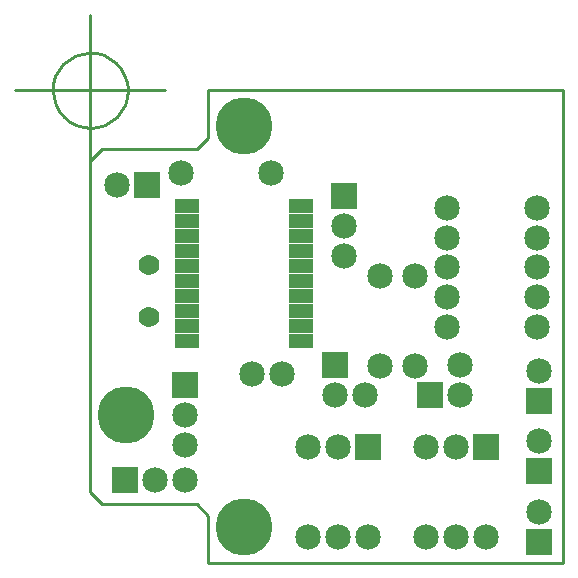
<source format=gbs>
G04 (created by PCBNEW-RS274X (2011-nov-30)-testing) date Sun 23 Sep 2012 15:57:18 CEST*
%MOIN*%
G04 Gerber Fmt 3.4, Leading zero omitted, Abs format*
%FSLAX34Y34*%
G01*
G70*
G90*
G04 APERTURE LIST*
%ADD10C,0.006*%
%ADD11C,0.01*%
%ADD12C,0.0694*%
%ADD13R,0.08X0.05*%
%ADD14R,0.085X0.085*%
%ADD15C,0.085*%
%ADD16C,0.19*%
G04 APERTURE END LIST*
G54D10*
G54D11*
X5974Y-4724D02*
X5950Y-4966D01*
X5879Y-5200D01*
X5765Y-5415D01*
X5610Y-5604D01*
X5422Y-5760D01*
X5208Y-5876D01*
X4975Y-5948D01*
X4732Y-5973D01*
X4490Y-5951D01*
X4256Y-5882D01*
X4040Y-5769D01*
X3850Y-5617D01*
X3693Y-5430D01*
X3576Y-5216D01*
X3502Y-4983D01*
X3475Y-4741D01*
X3495Y-4499D01*
X3562Y-4264D01*
X3674Y-4047D01*
X3825Y-3856D01*
X4011Y-3698D01*
X4224Y-3579D01*
X4456Y-3504D01*
X4698Y-3475D01*
X4941Y-3493D01*
X5176Y-3559D01*
X5393Y-3669D01*
X5586Y-3819D01*
X5745Y-4004D01*
X5865Y-4216D01*
X5942Y-4448D01*
X5973Y-4690D01*
X5974Y-4724D01*
X2224Y-4724D02*
X7224Y-4724D01*
X4724Y-2224D02*
X4724Y-7224D01*
X5974Y-4724D02*
X5950Y-4966D01*
X5879Y-5200D01*
X5765Y-5415D01*
X5610Y-5604D01*
X5422Y-5760D01*
X5208Y-5876D01*
X4975Y-5948D01*
X4732Y-5973D01*
X4490Y-5951D01*
X4256Y-5882D01*
X4040Y-5769D01*
X3850Y-5617D01*
X3693Y-5430D01*
X3576Y-5216D01*
X3502Y-4983D01*
X3475Y-4741D01*
X3495Y-4499D01*
X3562Y-4264D01*
X3674Y-4047D01*
X3825Y-3856D01*
X4011Y-3698D01*
X4224Y-3579D01*
X4456Y-3504D01*
X4698Y-3475D01*
X4941Y-3493D01*
X5176Y-3559D01*
X5393Y-3669D01*
X5586Y-3819D01*
X5745Y-4004D01*
X5865Y-4216D01*
X5942Y-4448D01*
X5973Y-4690D01*
X5974Y-4724D01*
X2224Y-4724D02*
X7224Y-4724D01*
X4724Y-2224D02*
X4724Y-7224D01*
X4724Y-18111D02*
X4724Y-7087D01*
X5118Y-18505D02*
X4724Y-18111D01*
X8268Y-18505D02*
X5118Y-18505D01*
X8661Y-18898D02*
X8268Y-18505D01*
X8661Y-20472D02*
X8661Y-18898D01*
X20472Y-20472D02*
X8661Y-20472D01*
X20472Y-4724D02*
X20472Y-20472D01*
X8661Y-4724D02*
X20472Y-4724D01*
X8661Y-6300D02*
X8661Y-4724D01*
X8268Y-6693D02*
X8661Y-6300D01*
X5118Y-6693D02*
X8268Y-6693D01*
X4724Y-7087D02*
X5118Y-6693D01*
G54D12*
X6693Y-10551D03*
X6693Y-12283D03*
G54D13*
X7943Y-13077D03*
X7943Y-12577D03*
X7943Y-12077D03*
X7943Y-11577D03*
X7943Y-11077D03*
X7943Y-10577D03*
X7943Y-10077D03*
X7943Y-9577D03*
X7943Y-9077D03*
X7943Y-8577D03*
X11743Y-8577D03*
X11743Y-9077D03*
X11743Y-9577D03*
X11743Y-10077D03*
X11743Y-10577D03*
X11743Y-11077D03*
X11743Y-11577D03*
X11743Y-12077D03*
X11743Y-12577D03*
X11743Y-13077D03*
G54D14*
X7874Y-14551D03*
G54D15*
X7874Y-15551D03*
X7874Y-16551D03*
G54D14*
X13189Y-8252D03*
G54D15*
X13189Y-9252D03*
X13189Y-10252D03*
G54D14*
X19685Y-15067D03*
G54D15*
X19685Y-14067D03*
G54D14*
X19685Y-17429D03*
G54D15*
X19685Y-16429D03*
G54D14*
X19685Y-19791D03*
G54D15*
X19685Y-18791D03*
X16610Y-8661D03*
X19610Y-8661D03*
X19610Y-12598D03*
X16610Y-12598D03*
X19610Y-11614D03*
X16610Y-11614D03*
X19610Y-10630D03*
X16610Y-10630D03*
X10752Y-7480D03*
X7752Y-7480D03*
X16610Y-9646D03*
X19610Y-9646D03*
X14370Y-13902D03*
X14370Y-10902D03*
X15551Y-13902D03*
X15551Y-10902D03*
G54D14*
X6602Y-7874D03*
G54D15*
X5602Y-7874D03*
X10130Y-14173D03*
X11130Y-14173D03*
G54D14*
X12886Y-13870D03*
G54D15*
X12886Y-14870D03*
X13886Y-14870D03*
G54D14*
X16035Y-14870D03*
G54D15*
X17035Y-14870D03*
X17035Y-13870D03*
G54D16*
X9843Y-19291D03*
X9843Y-5906D03*
X5906Y-15551D03*
G54D14*
X5890Y-17717D03*
G54D15*
X6890Y-17717D03*
X7890Y-17717D03*
G54D14*
X13992Y-16610D03*
G54D15*
X12992Y-16610D03*
X11992Y-16610D03*
X11992Y-19610D03*
X12992Y-19610D03*
X13992Y-19610D03*
G54D14*
X17929Y-16610D03*
G54D15*
X16929Y-16610D03*
X15929Y-16610D03*
X15929Y-19610D03*
X16929Y-19610D03*
X17929Y-19610D03*
M02*

</source>
